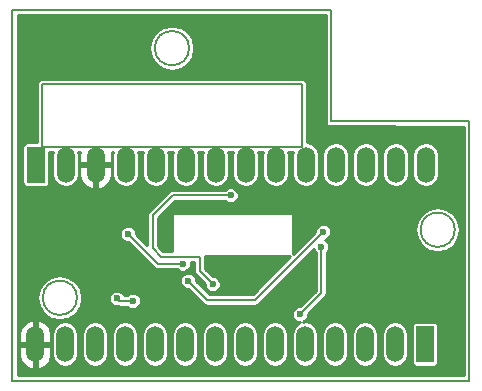
<source format=gbr>
G04 #@! TF.FileFunction,Copper,L1,Top,Signal*
%FSLAX46Y46*%
G04 Gerber Fmt 4.6, Leading zero omitted, Abs format (unit mm)*
G04 Created by KiCad (PCBNEW 4.0.2-stable) date 04/04/2016 12:36:13*
%MOMM*%
G01*
G04 APERTURE LIST*
%ADD10C,0.100000*%
%ADD11C,0.150000*%
%ADD12O,1.506220X3.014980*%
%ADD13R,1.506220X3.014980*%
%ADD14C,0.600000*%
%ADD15C,0.500000*%
%ADD16C,0.200000*%
%ADD17C,0.254000*%
G04 APERTURE END LIST*
D10*
D11*
X138272205Y-108370000D02*
G75*
G03X138272205Y-108370000I-1452205J0D01*
G01*
X147762205Y-87232205D02*
G75*
G03X147762205Y-87232205I-1452205J0D01*
G01*
X170260000Y-102610000D02*
G75*
G03X170260000Y-102610000I-1452205J0D01*
G01*
X138272205Y-108370000D02*
G75*
G03X138272205Y-108370000I-1452205J0D01*
G01*
X157300000Y-95600000D02*
X135300000Y-95600000D01*
X157300000Y-90300000D02*
X157300000Y-95600000D01*
X135300000Y-90300000D02*
X157300000Y-90300000D01*
X135300000Y-95600000D02*
X135300000Y-90300000D01*
X171500000Y-115400000D02*
X132800000Y-115400000D01*
X171500000Y-115200000D02*
X171500000Y-115400000D01*
X171500000Y-111400000D02*
X171500000Y-115200000D01*
X171500000Y-103100000D02*
X171500000Y-111400000D01*
X171500000Y-93400000D02*
X171500000Y-103100000D01*
X159800000Y-93400000D02*
X171500000Y-93400000D01*
X159800000Y-84000000D02*
X159800000Y-93400000D01*
X132800000Y-84000000D02*
X159800000Y-84000000D01*
X132800000Y-84400000D02*
X132800000Y-84000000D01*
X132800000Y-85400000D02*
X132800000Y-84400000D01*
X132800000Y-115400000D02*
X132800000Y-85400000D01*
D12*
X144940000Y-97100000D03*
X147480000Y-97100000D03*
X150020000Y-97100000D03*
X152560000Y-97100000D03*
X155100000Y-97100000D03*
X157640000Y-97100000D03*
X160180000Y-97100000D03*
X162720000Y-97100000D03*
X165260000Y-97100000D03*
X142400000Y-97100000D03*
X139860000Y-97100000D03*
X137320000Y-97100000D03*
X167800000Y-97100000D03*
D13*
X134780000Y-97100000D03*
D12*
X157580000Y-112300000D03*
X155040000Y-112300000D03*
X152500000Y-112300000D03*
X149960000Y-112300000D03*
X147420000Y-112300000D03*
X144880000Y-112300000D03*
X142340000Y-112300000D03*
X139800000Y-112300000D03*
X137260000Y-112300000D03*
X160120000Y-112300000D03*
X162660000Y-112300000D03*
X165200000Y-112300000D03*
X134720000Y-112300000D03*
D13*
X167740000Y-112300000D03*
D14*
X165347273Y-109230700D03*
X160375600Y-104648000D03*
X134315200Y-109245400D03*
X135204200Y-100838000D03*
X141655800Y-108432600D03*
X143002000Y-108635800D03*
X147675600Y-106934000D03*
X159131000Y-102768400D03*
X142595600Y-102971600D03*
X147243800Y-105486200D03*
X158953200Y-104038400D03*
X157149800Y-109778800D03*
X149758400Y-107213400D03*
X151282400Y-99695000D03*
D15*
X160375600Y-104648000D02*
X164958300Y-109230700D01*
X164958300Y-109230700D02*
X165347273Y-109230700D01*
X135204200Y-100838000D02*
X134720000Y-101322200D01*
X134720000Y-101322200D02*
X134720000Y-108840600D01*
X134720000Y-108840600D02*
X134315200Y-109245400D01*
D16*
X143002000Y-108635800D02*
X141859000Y-108635800D01*
X141859000Y-108635800D02*
X141655800Y-108432600D01*
X153339800Y-108559600D02*
X149301200Y-108559600D01*
X149301200Y-108559600D02*
X147675600Y-106934000D01*
X159131000Y-102768400D02*
X153339800Y-108559600D01*
X147243800Y-105486200D02*
X145110200Y-105486200D01*
X145110200Y-105486200D02*
X142595600Y-102971600D01*
X157149800Y-109778800D02*
X158953200Y-107975400D01*
X158953200Y-107975400D02*
X158953200Y-104038400D01*
X148656601Y-104886199D02*
X148656601Y-106111601D01*
X148656601Y-106111601D02*
X149758400Y-107213400D01*
X144678400Y-104190800D02*
X145373799Y-104886199D01*
X145373799Y-104886199D02*
X148656601Y-104886199D01*
X144678400Y-101396800D02*
X144678400Y-104190800D01*
X146380200Y-99695000D02*
X144678400Y-101396800D01*
X151282400Y-99695000D02*
X146380200Y-99695000D01*
D17*
G36*
X159348000Y-93400000D02*
X159359600Y-93458318D01*
X159359600Y-93726000D01*
X159369606Y-93775410D01*
X159398047Y-93817035D01*
X159440441Y-93844315D01*
X159486055Y-93852999D01*
X171048000Y-93902621D01*
X171048000Y-114948000D01*
X133252000Y-114948000D01*
X133252000Y-112427000D01*
X133331890Y-112427000D01*
X133331890Y-113181380D01*
X133486154Y-113702919D01*
X133828260Y-114125724D01*
X134306125Y-114385427D01*
X134378326Y-114399783D01*
X134593000Y-114277162D01*
X134593000Y-112427000D01*
X134847000Y-112427000D01*
X134847000Y-114277162D01*
X135061674Y-114399783D01*
X135133875Y-114385427D01*
X135611740Y-114125724D01*
X135953846Y-113702919D01*
X136108110Y-113181380D01*
X136108110Y-112427000D01*
X134847000Y-112427000D01*
X134593000Y-112427000D01*
X133331890Y-112427000D01*
X133252000Y-112427000D01*
X133252000Y-111418620D01*
X133331890Y-111418620D01*
X133331890Y-112173000D01*
X134593000Y-112173000D01*
X134593000Y-110322838D01*
X134847000Y-110322838D01*
X134847000Y-112173000D01*
X136108110Y-112173000D01*
X136108110Y-111508701D01*
X136129890Y-111508701D01*
X136129890Y-113091299D01*
X136215915Y-113523773D01*
X136460892Y-113890407D01*
X136827526Y-114135384D01*
X137260000Y-114221409D01*
X137692474Y-114135384D01*
X138059108Y-113890407D01*
X138304085Y-113523773D01*
X138390110Y-113091299D01*
X138390110Y-111508701D01*
X138669890Y-111508701D01*
X138669890Y-113091299D01*
X138755915Y-113523773D01*
X139000892Y-113890407D01*
X139367526Y-114135384D01*
X139800000Y-114221409D01*
X140232474Y-114135384D01*
X140599108Y-113890407D01*
X140844085Y-113523773D01*
X140930110Y-113091299D01*
X140930110Y-111508701D01*
X141209890Y-111508701D01*
X141209890Y-113091299D01*
X141295915Y-113523773D01*
X141540892Y-113890407D01*
X141907526Y-114135384D01*
X142340000Y-114221409D01*
X142772474Y-114135384D01*
X143139108Y-113890407D01*
X143384085Y-113523773D01*
X143470110Y-113091299D01*
X143470110Y-111508701D01*
X143749890Y-111508701D01*
X143749890Y-113091299D01*
X143835915Y-113523773D01*
X144080892Y-113890407D01*
X144447526Y-114135384D01*
X144880000Y-114221409D01*
X145312474Y-114135384D01*
X145679108Y-113890407D01*
X145924085Y-113523773D01*
X146010110Y-113091299D01*
X146010110Y-111508701D01*
X146289890Y-111508701D01*
X146289890Y-113091299D01*
X146375915Y-113523773D01*
X146620892Y-113890407D01*
X146987526Y-114135384D01*
X147420000Y-114221409D01*
X147852474Y-114135384D01*
X148219108Y-113890407D01*
X148464085Y-113523773D01*
X148550110Y-113091299D01*
X148550110Y-111508701D01*
X148829890Y-111508701D01*
X148829890Y-113091299D01*
X148915915Y-113523773D01*
X149160892Y-113890407D01*
X149527526Y-114135384D01*
X149960000Y-114221409D01*
X150392474Y-114135384D01*
X150759108Y-113890407D01*
X151004085Y-113523773D01*
X151090110Y-113091299D01*
X151090110Y-111508701D01*
X151369890Y-111508701D01*
X151369890Y-113091299D01*
X151455915Y-113523773D01*
X151700892Y-113890407D01*
X152067526Y-114135384D01*
X152500000Y-114221409D01*
X152932474Y-114135384D01*
X153299108Y-113890407D01*
X153544085Y-113523773D01*
X153630110Y-113091299D01*
X153630110Y-111508701D01*
X153909890Y-111508701D01*
X153909890Y-113091299D01*
X153995915Y-113523773D01*
X154240892Y-113890407D01*
X154607526Y-114135384D01*
X155040000Y-114221409D01*
X155472474Y-114135384D01*
X155839108Y-113890407D01*
X156084085Y-113523773D01*
X156170110Y-113091299D01*
X156170110Y-111508701D01*
X156084085Y-111076227D01*
X155839108Y-110709593D01*
X155472474Y-110464616D01*
X155040000Y-110378591D01*
X154607526Y-110464616D01*
X154240892Y-110709593D01*
X153995915Y-111076227D01*
X153909890Y-111508701D01*
X153630110Y-111508701D01*
X153544085Y-111076227D01*
X153299108Y-110709593D01*
X152932474Y-110464616D01*
X152500000Y-110378591D01*
X152067526Y-110464616D01*
X151700892Y-110709593D01*
X151455915Y-111076227D01*
X151369890Y-111508701D01*
X151090110Y-111508701D01*
X151004085Y-111076227D01*
X150759108Y-110709593D01*
X150392474Y-110464616D01*
X149960000Y-110378591D01*
X149527526Y-110464616D01*
X149160892Y-110709593D01*
X148915915Y-111076227D01*
X148829890Y-111508701D01*
X148550110Y-111508701D01*
X148464085Y-111076227D01*
X148219108Y-110709593D01*
X147852474Y-110464616D01*
X147420000Y-110378591D01*
X146987526Y-110464616D01*
X146620892Y-110709593D01*
X146375915Y-111076227D01*
X146289890Y-111508701D01*
X146010110Y-111508701D01*
X145924085Y-111076227D01*
X145679108Y-110709593D01*
X145312474Y-110464616D01*
X144880000Y-110378591D01*
X144447526Y-110464616D01*
X144080892Y-110709593D01*
X143835915Y-111076227D01*
X143749890Y-111508701D01*
X143470110Y-111508701D01*
X143384085Y-111076227D01*
X143139108Y-110709593D01*
X142772474Y-110464616D01*
X142340000Y-110378591D01*
X141907526Y-110464616D01*
X141540892Y-110709593D01*
X141295915Y-111076227D01*
X141209890Y-111508701D01*
X140930110Y-111508701D01*
X140844085Y-111076227D01*
X140599108Y-110709593D01*
X140232474Y-110464616D01*
X139800000Y-110378591D01*
X139367526Y-110464616D01*
X139000892Y-110709593D01*
X138755915Y-111076227D01*
X138669890Y-111508701D01*
X138390110Y-111508701D01*
X138304085Y-111076227D01*
X138059108Y-110709593D01*
X137692474Y-110464616D01*
X137260000Y-110378591D01*
X136827526Y-110464616D01*
X136460892Y-110709593D01*
X136215915Y-111076227D01*
X136129890Y-111508701D01*
X136108110Y-111508701D01*
X136108110Y-111418620D01*
X135953846Y-110897081D01*
X135611740Y-110474276D01*
X135133875Y-110214573D01*
X135061674Y-110200217D01*
X134847000Y-110322838D01*
X134593000Y-110322838D01*
X134378326Y-110200217D01*
X134306125Y-110214573D01*
X133828260Y-110474276D01*
X133486154Y-110897081D01*
X133331890Y-111418620D01*
X133252000Y-111418620D01*
X133252000Y-108370000D01*
X134915795Y-108370000D01*
X135060744Y-109098708D01*
X135473524Y-109716476D01*
X136091292Y-110129256D01*
X136820000Y-110274205D01*
X137548708Y-110129256D01*
X138166476Y-109716476D01*
X138579256Y-109098708D01*
X138685084Y-108566673D01*
X140978683Y-108566673D01*
X141081533Y-108815589D01*
X141271810Y-109006198D01*
X141520546Y-109109482D01*
X141789873Y-109109717D01*
X141807300Y-109102516D01*
X141859000Y-109112800D01*
X142521580Y-109112800D01*
X142618010Y-109209398D01*
X142866746Y-109312682D01*
X143136073Y-109312917D01*
X143384989Y-109210067D01*
X143575598Y-109019790D01*
X143678882Y-108771054D01*
X143679117Y-108501727D01*
X143576267Y-108252811D01*
X143385990Y-108062202D01*
X143137254Y-107958918D01*
X142867927Y-107958683D01*
X142619011Y-108061533D01*
X142521574Y-108158800D01*
X142275183Y-108158800D01*
X142230067Y-108049611D01*
X142039790Y-107859002D01*
X141791054Y-107755718D01*
X141521727Y-107755483D01*
X141272811Y-107858333D01*
X141082202Y-108048610D01*
X140978918Y-108297346D01*
X140978683Y-108566673D01*
X138685084Y-108566673D01*
X138724205Y-108370000D01*
X138579256Y-107641292D01*
X138166476Y-107023524D01*
X137548708Y-106610744D01*
X136820000Y-106465795D01*
X136091292Y-106610744D01*
X135473524Y-107023524D01*
X135060744Y-107641292D01*
X134915795Y-108370000D01*
X133252000Y-108370000D01*
X133252000Y-103105673D01*
X141918483Y-103105673D01*
X142021333Y-103354589D01*
X142211610Y-103545198D01*
X142460346Y-103648482D01*
X142598022Y-103648602D01*
X144772910Y-105823490D01*
X144927659Y-105926891D01*
X145110200Y-105963200D01*
X146763380Y-105963200D01*
X146859810Y-106059798D01*
X147108546Y-106163082D01*
X147377873Y-106163317D01*
X147626789Y-106060467D01*
X147817398Y-105870190D01*
X147920682Y-105621454D01*
X147920907Y-105363199D01*
X148179601Y-105363199D01*
X148179601Y-106111601D01*
X148215910Y-106294141D01*
X148319311Y-106448891D01*
X149081402Y-107210982D01*
X149081283Y-107347473D01*
X149184133Y-107596389D01*
X149374410Y-107786998D01*
X149623146Y-107890282D01*
X149892473Y-107890517D01*
X150141389Y-107787667D01*
X150331998Y-107597390D01*
X150435282Y-107348654D01*
X150435517Y-107079327D01*
X150332667Y-106830411D01*
X150142390Y-106639802D01*
X149893654Y-106536518D01*
X149755978Y-106536398D01*
X149133601Y-105914021D01*
X149133601Y-104886199D01*
X149131692Y-104876600D01*
X156348220Y-104876600D01*
X153142220Y-108082600D01*
X149498780Y-108082600D01*
X148352598Y-106936418D01*
X148352717Y-106799927D01*
X148249867Y-106551011D01*
X148059590Y-106360402D01*
X147810854Y-106257118D01*
X147541527Y-106256883D01*
X147292611Y-106359733D01*
X147102002Y-106550010D01*
X146998718Y-106798746D01*
X146998483Y-107068073D01*
X147101333Y-107316989D01*
X147291610Y-107507598D01*
X147540346Y-107610882D01*
X147678022Y-107611002D01*
X148963910Y-108896890D01*
X149118660Y-109000291D01*
X149301200Y-109036600D01*
X153339800Y-109036600D01*
X153522340Y-109000291D01*
X153677090Y-108896890D01*
X158312755Y-104261225D01*
X158378933Y-104421389D01*
X158476200Y-104518826D01*
X158476200Y-107777820D01*
X157152218Y-109101802D01*
X157015727Y-109101683D01*
X156766811Y-109204533D01*
X156576202Y-109394810D01*
X156472918Y-109643546D01*
X156472683Y-109912873D01*
X156575533Y-110161789D01*
X156765810Y-110352398D01*
X157014546Y-110455682D01*
X157191663Y-110455837D01*
X157147526Y-110464616D01*
X156780892Y-110709593D01*
X156535915Y-111076227D01*
X156449890Y-111508701D01*
X156449890Y-113091299D01*
X156535915Y-113523773D01*
X156780892Y-113890407D01*
X157147526Y-114135384D01*
X157580000Y-114221409D01*
X158012474Y-114135384D01*
X158379108Y-113890407D01*
X158624085Y-113523773D01*
X158710110Y-113091299D01*
X158710110Y-111508701D01*
X158989890Y-111508701D01*
X158989890Y-113091299D01*
X159075915Y-113523773D01*
X159320892Y-113890407D01*
X159687526Y-114135384D01*
X160120000Y-114221409D01*
X160552474Y-114135384D01*
X160919108Y-113890407D01*
X161164085Y-113523773D01*
X161250110Y-113091299D01*
X161250110Y-111508701D01*
X161529890Y-111508701D01*
X161529890Y-113091299D01*
X161615915Y-113523773D01*
X161860892Y-113890407D01*
X162227526Y-114135384D01*
X162660000Y-114221409D01*
X163092474Y-114135384D01*
X163459108Y-113890407D01*
X163704085Y-113523773D01*
X163790110Y-113091299D01*
X163790110Y-111508701D01*
X164069890Y-111508701D01*
X164069890Y-113091299D01*
X164155915Y-113523773D01*
X164400892Y-113890407D01*
X164767526Y-114135384D01*
X165200000Y-114221409D01*
X165632474Y-114135384D01*
X165999108Y-113890407D01*
X166244085Y-113523773D01*
X166330110Y-113091299D01*
X166330110Y-111508701D01*
X166244085Y-111076227D01*
X166054512Y-110792510D01*
X166602505Y-110792510D01*
X166602505Y-113807490D01*
X166628793Y-113947198D01*
X166711360Y-114075510D01*
X166837343Y-114161591D01*
X166986890Y-114191875D01*
X168493110Y-114191875D01*
X168632818Y-114165587D01*
X168761130Y-114083020D01*
X168847211Y-113957037D01*
X168877495Y-113807490D01*
X168877495Y-110792510D01*
X168851207Y-110652802D01*
X168768640Y-110524490D01*
X168642657Y-110438409D01*
X168493110Y-110408125D01*
X166986890Y-110408125D01*
X166847182Y-110434413D01*
X166718870Y-110516980D01*
X166632789Y-110642963D01*
X166602505Y-110792510D01*
X166054512Y-110792510D01*
X165999108Y-110709593D01*
X165632474Y-110464616D01*
X165200000Y-110378591D01*
X164767526Y-110464616D01*
X164400892Y-110709593D01*
X164155915Y-111076227D01*
X164069890Y-111508701D01*
X163790110Y-111508701D01*
X163704085Y-111076227D01*
X163459108Y-110709593D01*
X163092474Y-110464616D01*
X162660000Y-110378591D01*
X162227526Y-110464616D01*
X161860892Y-110709593D01*
X161615915Y-111076227D01*
X161529890Y-111508701D01*
X161250110Y-111508701D01*
X161164085Y-111076227D01*
X160919108Y-110709593D01*
X160552474Y-110464616D01*
X160120000Y-110378591D01*
X159687526Y-110464616D01*
X159320892Y-110709593D01*
X159075915Y-111076227D01*
X158989890Y-111508701D01*
X158710110Y-111508701D01*
X158624085Y-111076227D01*
X158379108Y-110709593D01*
X158012474Y-110464616D01*
X157580000Y-110378591D01*
X157369847Y-110420393D01*
X157532789Y-110353067D01*
X157723398Y-110162790D01*
X157826682Y-109914054D01*
X157826802Y-109776378D01*
X159290490Y-108312690D01*
X159393891Y-108157940D01*
X159430200Y-107975400D01*
X159430200Y-104518820D01*
X159526798Y-104422390D01*
X159630082Y-104173654D01*
X159630317Y-103904327D01*
X159527467Y-103655411D01*
X159337190Y-103464802D01*
X159277941Y-103440200D01*
X159513989Y-103342667D01*
X159704598Y-103152390D01*
X159807882Y-102903654D01*
X159808117Y-102634327D01*
X159798066Y-102610000D01*
X166903590Y-102610000D01*
X167048539Y-103338708D01*
X167461319Y-103956476D01*
X168079087Y-104369256D01*
X168807795Y-104514205D01*
X169536503Y-104369256D01*
X170154271Y-103956476D01*
X170567051Y-103338708D01*
X170712000Y-102610000D01*
X170567051Y-101881292D01*
X170154271Y-101263524D01*
X169536503Y-100850744D01*
X168807795Y-100705795D01*
X168079087Y-100850744D01*
X167461319Y-101263524D01*
X167048539Y-101881292D01*
X166903590Y-102610000D01*
X159798066Y-102610000D01*
X159705267Y-102385411D01*
X159514990Y-102194802D01*
X159266254Y-102091518D01*
X158996927Y-102091283D01*
X158748011Y-102194133D01*
X158557402Y-102384410D01*
X158454118Y-102633146D01*
X158453998Y-102770822D01*
X156565600Y-104659220D01*
X156565600Y-101295200D01*
X156556915Y-101249041D01*
X156529635Y-101206647D01*
X156488010Y-101178206D01*
X156438600Y-101168200D01*
X146431000Y-101168200D01*
X146384841Y-101176885D01*
X146342447Y-101204165D01*
X146314006Y-101245790D01*
X146304000Y-101295200D01*
X146304000Y-104409199D01*
X145571379Y-104409199D01*
X145155400Y-103993220D01*
X145155400Y-101594380D01*
X146577780Y-100172000D01*
X150801980Y-100172000D01*
X150898410Y-100268598D01*
X151147146Y-100371882D01*
X151416473Y-100372117D01*
X151665389Y-100269267D01*
X151855998Y-100078990D01*
X151959282Y-99830254D01*
X151959517Y-99560927D01*
X151856667Y-99312011D01*
X151666390Y-99121402D01*
X151417654Y-99018118D01*
X151148327Y-99017883D01*
X150899411Y-99120733D01*
X150801974Y-99218000D01*
X146380200Y-99218000D01*
X146197660Y-99254309D01*
X146042910Y-99357710D01*
X144341110Y-101059510D01*
X144237709Y-101214260D01*
X144201400Y-101396800D01*
X144201400Y-103902820D01*
X143272598Y-102974018D01*
X143272717Y-102837527D01*
X143169867Y-102588611D01*
X142979590Y-102398002D01*
X142730854Y-102294718D01*
X142461527Y-102294483D01*
X142212611Y-102397333D01*
X142022002Y-102587610D01*
X141918718Y-102836346D01*
X141918483Y-103105673D01*
X133252000Y-103105673D01*
X133252000Y-95592510D01*
X133642505Y-95592510D01*
X133642505Y-98607490D01*
X133668793Y-98747198D01*
X133751360Y-98875510D01*
X133877343Y-98961591D01*
X134026890Y-98991875D01*
X135533110Y-98991875D01*
X135672818Y-98965587D01*
X135801130Y-98883020D01*
X135887211Y-98757037D01*
X135917495Y-98607490D01*
X135917495Y-96052000D01*
X136240951Y-96052000D01*
X136189890Y-96308701D01*
X136189890Y-97891299D01*
X136275915Y-98323773D01*
X136520892Y-98690407D01*
X136887526Y-98935384D01*
X137320000Y-99021409D01*
X137752474Y-98935384D01*
X138119108Y-98690407D01*
X138364085Y-98323773D01*
X138450110Y-97891299D01*
X138450110Y-97227000D01*
X138471890Y-97227000D01*
X138471890Y-97981380D01*
X138626154Y-98502919D01*
X138968260Y-98925724D01*
X139446125Y-99185427D01*
X139518326Y-99199783D01*
X139733000Y-99077162D01*
X139733000Y-97227000D01*
X139987000Y-97227000D01*
X139987000Y-99077162D01*
X140201674Y-99199783D01*
X140273875Y-99185427D01*
X140751740Y-98925724D01*
X141093846Y-98502919D01*
X141248110Y-97981380D01*
X141248110Y-97227000D01*
X139987000Y-97227000D01*
X139733000Y-97227000D01*
X138471890Y-97227000D01*
X138450110Y-97227000D01*
X138450110Y-96308701D01*
X138399049Y-96052000D01*
X138521174Y-96052000D01*
X138471890Y-96218620D01*
X138471890Y-96973000D01*
X139733000Y-96973000D01*
X139733000Y-96953000D01*
X139987000Y-96953000D01*
X139987000Y-96973000D01*
X141248110Y-96973000D01*
X141248110Y-96218620D01*
X141198826Y-96052000D01*
X141320951Y-96052000D01*
X141269890Y-96308701D01*
X141269890Y-97891299D01*
X141355915Y-98323773D01*
X141600892Y-98690407D01*
X141967526Y-98935384D01*
X142400000Y-99021409D01*
X142832474Y-98935384D01*
X143199108Y-98690407D01*
X143444085Y-98323773D01*
X143530110Y-97891299D01*
X143530110Y-96308701D01*
X143479049Y-96052000D01*
X143860951Y-96052000D01*
X143809890Y-96308701D01*
X143809890Y-97891299D01*
X143895915Y-98323773D01*
X144140892Y-98690407D01*
X144507526Y-98935384D01*
X144940000Y-99021409D01*
X145372474Y-98935384D01*
X145739108Y-98690407D01*
X145984085Y-98323773D01*
X146070110Y-97891299D01*
X146070110Y-96308701D01*
X146019049Y-96052000D01*
X146400951Y-96052000D01*
X146349890Y-96308701D01*
X146349890Y-97891299D01*
X146435915Y-98323773D01*
X146680892Y-98690407D01*
X147047526Y-98935384D01*
X147480000Y-99021409D01*
X147912474Y-98935384D01*
X148279108Y-98690407D01*
X148524085Y-98323773D01*
X148610110Y-97891299D01*
X148610110Y-96308701D01*
X148559049Y-96052000D01*
X148940951Y-96052000D01*
X148889890Y-96308701D01*
X148889890Y-97891299D01*
X148975915Y-98323773D01*
X149220892Y-98690407D01*
X149587526Y-98935384D01*
X150020000Y-99021409D01*
X150452474Y-98935384D01*
X150819108Y-98690407D01*
X151064085Y-98323773D01*
X151150110Y-97891299D01*
X151150110Y-96308701D01*
X151099049Y-96052000D01*
X151480951Y-96052000D01*
X151429890Y-96308701D01*
X151429890Y-97891299D01*
X151515915Y-98323773D01*
X151760892Y-98690407D01*
X152127526Y-98935384D01*
X152560000Y-99021409D01*
X152992474Y-98935384D01*
X153359108Y-98690407D01*
X153604085Y-98323773D01*
X153690110Y-97891299D01*
X153690110Y-96308701D01*
X153639049Y-96052000D01*
X154020951Y-96052000D01*
X153969890Y-96308701D01*
X153969890Y-97891299D01*
X154055915Y-98323773D01*
X154300892Y-98690407D01*
X154667526Y-98935384D01*
X155100000Y-99021409D01*
X155532474Y-98935384D01*
X155899108Y-98690407D01*
X156144085Y-98323773D01*
X156230110Y-97891299D01*
X156230110Y-96308701D01*
X156179049Y-96052000D01*
X156560951Y-96052000D01*
X156509890Y-96308701D01*
X156509890Y-97891299D01*
X156595915Y-98323773D01*
X156840892Y-98690407D01*
X157207526Y-98935384D01*
X157640000Y-99021409D01*
X158072474Y-98935384D01*
X158439108Y-98690407D01*
X158684085Y-98323773D01*
X158770110Y-97891299D01*
X158770110Y-96308701D01*
X159049890Y-96308701D01*
X159049890Y-97891299D01*
X159135915Y-98323773D01*
X159380892Y-98690407D01*
X159747526Y-98935384D01*
X160180000Y-99021409D01*
X160612474Y-98935384D01*
X160979108Y-98690407D01*
X161224085Y-98323773D01*
X161310110Y-97891299D01*
X161310110Y-96308701D01*
X161589890Y-96308701D01*
X161589890Y-97891299D01*
X161675915Y-98323773D01*
X161920892Y-98690407D01*
X162287526Y-98935384D01*
X162720000Y-99021409D01*
X163152474Y-98935384D01*
X163519108Y-98690407D01*
X163764085Y-98323773D01*
X163850110Y-97891299D01*
X163850110Y-96308701D01*
X164129890Y-96308701D01*
X164129890Y-97891299D01*
X164215915Y-98323773D01*
X164460892Y-98690407D01*
X164827526Y-98935384D01*
X165260000Y-99021409D01*
X165692474Y-98935384D01*
X166059108Y-98690407D01*
X166304085Y-98323773D01*
X166390110Y-97891299D01*
X166390110Y-96308701D01*
X166669890Y-96308701D01*
X166669890Y-97891299D01*
X166755915Y-98323773D01*
X167000892Y-98690407D01*
X167367526Y-98935384D01*
X167800000Y-99021409D01*
X168232474Y-98935384D01*
X168599108Y-98690407D01*
X168844085Y-98323773D01*
X168930110Y-97891299D01*
X168930110Y-96308701D01*
X168844085Y-95876227D01*
X168599108Y-95509593D01*
X168232474Y-95264616D01*
X167800000Y-95178591D01*
X167367526Y-95264616D01*
X167000892Y-95509593D01*
X166755915Y-95876227D01*
X166669890Y-96308701D01*
X166390110Y-96308701D01*
X166304085Y-95876227D01*
X166059108Y-95509593D01*
X165692474Y-95264616D01*
X165260000Y-95178591D01*
X164827526Y-95264616D01*
X164460892Y-95509593D01*
X164215915Y-95876227D01*
X164129890Y-96308701D01*
X163850110Y-96308701D01*
X163764085Y-95876227D01*
X163519108Y-95509593D01*
X163152474Y-95264616D01*
X162720000Y-95178591D01*
X162287526Y-95264616D01*
X161920892Y-95509593D01*
X161675915Y-95876227D01*
X161589890Y-96308701D01*
X161310110Y-96308701D01*
X161224085Y-95876227D01*
X160979108Y-95509593D01*
X160612474Y-95264616D01*
X160180000Y-95178591D01*
X159747526Y-95264616D01*
X159380892Y-95509593D01*
X159135915Y-95876227D01*
X159049890Y-96308701D01*
X158770110Y-96308701D01*
X158684085Y-95876227D01*
X158439108Y-95509593D01*
X158072474Y-95264616D01*
X157752000Y-95200869D01*
X157752000Y-90300000D01*
X157717594Y-90127027D01*
X157619612Y-89980388D01*
X157472973Y-89882406D01*
X157300000Y-89848000D01*
X135300000Y-89848000D01*
X135127027Y-89882406D01*
X134980388Y-89980388D01*
X134882406Y-90127027D01*
X134848000Y-90300000D01*
X134848000Y-95208125D01*
X134026890Y-95208125D01*
X133887182Y-95234413D01*
X133758870Y-95316980D01*
X133672789Y-95442963D01*
X133642505Y-95592510D01*
X133252000Y-95592510D01*
X133252000Y-87232205D01*
X144405795Y-87232205D01*
X144550744Y-87960913D01*
X144963524Y-88578681D01*
X145581292Y-88991461D01*
X146310000Y-89136410D01*
X147038708Y-88991461D01*
X147656476Y-88578681D01*
X148069256Y-87960913D01*
X148214205Y-87232205D01*
X148069256Y-86503497D01*
X147656476Y-85885729D01*
X147038708Y-85472949D01*
X146310000Y-85328000D01*
X145581292Y-85472949D01*
X144963524Y-85885729D01*
X144550744Y-86503497D01*
X144405795Y-87232205D01*
X133252000Y-87232205D01*
X133252000Y-84452000D01*
X159348000Y-84452000D01*
X159348000Y-93400000D01*
X159348000Y-93400000D01*
G37*
X159348000Y-93400000D02*
X159359600Y-93458318D01*
X159359600Y-93726000D01*
X159369606Y-93775410D01*
X159398047Y-93817035D01*
X159440441Y-93844315D01*
X159486055Y-93852999D01*
X171048000Y-93902621D01*
X171048000Y-114948000D01*
X133252000Y-114948000D01*
X133252000Y-112427000D01*
X133331890Y-112427000D01*
X133331890Y-113181380D01*
X133486154Y-113702919D01*
X133828260Y-114125724D01*
X134306125Y-114385427D01*
X134378326Y-114399783D01*
X134593000Y-114277162D01*
X134593000Y-112427000D01*
X134847000Y-112427000D01*
X134847000Y-114277162D01*
X135061674Y-114399783D01*
X135133875Y-114385427D01*
X135611740Y-114125724D01*
X135953846Y-113702919D01*
X136108110Y-113181380D01*
X136108110Y-112427000D01*
X134847000Y-112427000D01*
X134593000Y-112427000D01*
X133331890Y-112427000D01*
X133252000Y-112427000D01*
X133252000Y-111418620D01*
X133331890Y-111418620D01*
X133331890Y-112173000D01*
X134593000Y-112173000D01*
X134593000Y-110322838D01*
X134847000Y-110322838D01*
X134847000Y-112173000D01*
X136108110Y-112173000D01*
X136108110Y-111508701D01*
X136129890Y-111508701D01*
X136129890Y-113091299D01*
X136215915Y-113523773D01*
X136460892Y-113890407D01*
X136827526Y-114135384D01*
X137260000Y-114221409D01*
X137692474Y-114135384D01*
X138059108Y-113890407D01*
X138304085Y-113523773D01*
X138390110Y-113091299D01*
X138390110Y-111508701D01*
X138669890Y-111508701D01*
X138669890Y-113091299D01*
X138755915Y-113523773D01*
X139000892Y-113890407D01*
X139367526Y-114135384D01*
X139800000Y-114221409D01*
X140232474Y-114135384D01*
X140599108Y-113890407D01*
X140844085Y-113523773D01*
X140930110Y-113091299D01*
X140930110Y-111508701D01*
X141209890Y-111508701D01*
X141209890Y-113091299D01*
X141295915Y-113523773D01*
X141540892Y-113890407D01*
X141907526Y-114135384D01*
X142340000Y-114221409D01*
X142772474Y-114135384D01*
X143139108Y-113890407D01*
X143384085Y-113523773D01*
X143470110Y-113091299D01*
X143470110Y-111508701D01*
X143749890Y-111508701D01*
X143749890Y-113091299D01*
X143835915Y-113523773D01*
X144080892Y-113890407D01*
X144447526Y-114135384D01*
X144880000Y-114221409D01*
X145312474Y-114135384D01*
X145679108Y-113890407D01*
X145924085Y-113523773D01*
X146010110Y-113091299D01*
X146010110Y-111508701D01*
X146289890Y-111508701D01*
X146289890Y-113091299D01*
X146375915Y-113523773D01*
X146620892Y-113890407D01*
X146987526Y-114135384D01*
X147420000Y-114221409D01*
X147852474Y-114135384D01*
X148219108Y-113890407D01*
X148464085Y-113523773D01*
X148550110Y-113091299D01*
X148550110Y-111508701D01*
X148829890Y-111508701D01*
X148829890Y-113091299D01*
X148915915Y-113523773D01*
X149160892Y-113890407D01*
X149527526Y-114135384D01*
X149960000Y-114221409D01*
X150392474Y-114135384D01*
X150759108Y-113890407D01*
X151004085Y-113523773D01*
X151090110Y-113091299D01*
X151090110Y-111508701D01*
X151369890Y-111508701D01*
X151369890Y-113091299D01*
X151455915Y-113523773D01*
X151700892Y-113890407D01*
X152067526Y-114135384D01*
X152500000Y-114221409D01*
X152932474Y-114135384D01*
X153299108Y-113890407D01*
X153544085Y-113523773D01*
X153630110Y-113091299D01*
X153630110Y-111508701D01*
X153909890Y-111508701D01*
X153909890Y-113091299D01*
X153995915Y-113523773D01*
X154240892Y-113890407D01*
X154607526Y-114135384D01*
X155040000Y-114221409D01*
X155472474Y-114135384D01*
X155839108Y-113890407D01*
X156084085Y-113523773D01*
X156170110Y-113091299D01*
X156170110Y-111508701D01*
X156084085Y-111076227D01*
X155839108Y-110709593D01*
X155472474Y-110464616D01*
X155040000Y-110378591D01*
X154607526Y-110464616D01*
X154240892Y-110709593D01*
X153995915Y-111076227D01*
X153909890Y-111508701D01*
X153630110Y-111508701D01*
X153544085Y-111076227D01*
X153299108Y-110709593D01*
X152932474Y-110464616D01*
X152500000Y-110378591D01*
X152067526Y-110464616D01*
X151700892Y-110709593D01*
X151455915Y-111076227D01*
X151369890Y-111508701D01*
X151090110Y-111508701D01*
X151004085Y-111076227D01*
X150759108Y-110709593D01*
X150392474Y-110464616D01*
X149960000Y-110378591D01*
X149527526Y-110464616D01*
X149160892Y-110709593D01*
X148915915Y-111076227D01*
X148829890Y-111508701D01*
X148550110Y-111508701D01*
X148464085Y-111076227D01*
X148219108Y-110709593D01*
X147852474Y-110464616D01*
X147420000Y-110378591D01*
X146987526Y-110464616D01*
X146620892Y-110709593D01*
X146375915Y-111076227D01*
X146289890Y-111508701D01*
X146010110Y-111508701D01*
X145924085Y-111076227D01*
X145679108Y-110709593D01*
X145312474Y-110464616D01*
X144880000Y-110378591D01*
X144447526Y-110464616D01*
X144080892Y-110709593D01*
X143835915Y-111076227D01*
X143749890Y-111508701D01*
X143470110Y-111508701D01*
X143384085Y-111076227D01*
X143139108Y-110709593D01*
X142772474Y-110464616D01*
X142340000Y-110378591D01*
X141907526Y-110464616D01*
X141540892Y-110709593D01*
X141295915Y-111076227D01*
X141209890Y-111508701D01*
X140930110Y-111508701D01*
X140844085Y-111076227D01*
X140599108Y-110709593D01*
X140232474Y-110464616D01*
X139800000Y-110378591D01*
X139367526Y-110464616D01*
X139000892Y-110709593D01*
X138755915Y-111076227D01*
X138669890Y-111508701D01*
X138390110Y-111508701D01*
X138304085Y-111076227D01*
X138059108Y-110709593D01*
X137692474Y-110464616D01*
X137260000Y-110378591D01*
X136827526Y-110464616D01*
X136460892Y-110709593D01*
X136215915Y-111076227D01*
X136129890Y-111508701D01*
X136108110Y-111508701D01*
X136108110Y-111418620D01*
X135953846Y-110897081D01*
X135611740Y-110474276D01*
X135133875Y-110214573D01*
X135061674Y-110200217D01*
X134847000Y-110322838D01*
X134593000Y-110322838D01*
X134378326Y-110200217D01*
X134306125Y-110214573D01*
X133828260Y-110474276D01*
X133486154Y-110897081D01*
X133331890Y-111418620D01*
X133252000Y-111418620D01*
X133252000Y-108370000D01*
X134915795Y-108370000D01*
X135060744Y-109098708D01*
X135473524Y-109716476D01*
X136091292Y-110129256D01*
X136820000Y-110274205D01*
X137548708Y-110129256D01*
X138166476Y-109716476D01*
X138579256Y-109098708D01*
X138685084Y-108566673D01*
X140978683Y-108566673D01*
X141081533Y-108815589D01*
X141271810Y-109006198D01*
X141520546Y-109109482D01*
X141789873Y-109109717D01*
X141807300Y-109102516D01*
X141859000Y-109112800D01*
X142521580Y-109112800D01*
X142618010Y-109209398D01*
X142866746Y-109312682D01*
X143136073Y-109312917D01*
X143384989Y-109210067D01*
X143575598Y-109019790D01*
X143678882Y-108771054D01*
X143679117Y-108501727D01*
X143576267Y-108252811D01*
X143385990Y-108062202D01*
X143137254Y-107958918D01*
X142867927Y-107958683D01*
X142619011Y-108061533D01*
X142521574Y-108158800D01*
X142275183Y-108158800D01*
X142230067Y-108049611D01*
X142039790Y-107859002D01*
X141791054Y-107755718D01*
X141521727Y-107755483D01*
X141272811Y-107858333D01*
X141082202Y-108048610D01*
X140978918Y-108297346D01*
X140978683Y-108566673D01*
X138685084Y-108566673D01*
X138724205Y-108370000D01*
X138579256Y-107641292D01*
X138166476Y-107023524D01*
X137548708Y-106610744D01*
X136820000Y-106465795D01*
X136091292Y-106610744D01*
X135473524Y-107023524D01*
X135060744Y-107641292D01*
X134915795Y-108370000D01*
X133252000Y-108370000D01*
X133252000Y-103105673D01*
X141918483Y-103105673D01*
X142021333Y-103354589D01*
X142211610Y-103545198D01*
X142460346Y-103648482D01*
X142598022Y-103648602D01*
X144772910Y-105823490D01*
X144927659Y-105926891D01*
X145110200Y-105963200D01*
X146763380Y-105963200D01*
X146859810Y-106059798D01*
X147108546Y-106163082D01*
X147377873Y-106163317D01*
X147626789Y-106060467D01*
X147817398Y-105870190D01*
X147920682Y-105621454D01*
X147920907Y-105363199D01*
X148179601Y-105363199D01*
X148179601Y-106111601D01*
X148215910Y-106294141D01*
X148319311Y-106448891D01*
X149081402Y-107210982D01*
X149081283Y-107347473D01*
X149184133Y-107596389D01*
X149374410Y-107786998D01*
X149623146Y-107890282D01*
X149892473Y-107890517D01*
X150141389Y-107787667D01*
X150331998Y-107597390D01*
X150435282Y-107348654D01*
X150435517Y-107079327D01*
X150332667Y-106830411D01*
X150142390Y-106639802D01*
X149893654Y-106536518D01*
X149755978Y-106536398D01*
X149133601Y-105914021D01*
X149133601Y-104886199D01*
X149131692Y-104876600D01*
X156348220Y-104876600D01*
X153142220Y-108082600D01*
X149498780Y-108082600D01*
X148352598Y-106936418D01*
X148352717Y-106799927D01*
X148249867Y-106551011D01*
X148059590Y-106360402D01*
X147810854Y-106257118D01*
X147541527Y-106256883D01*
X147292611Y-106359733D01*
X147102002Y-106550010D01*
X146998718Y-106798746D01*
X146998483Y-107068073D01*
X147101333Y-107316989D01*
X147291610Y-107507598D01*
X147540346Y-107610882D01*
X147678022Y-107611002D01*
X148963910Y-108896890D01*
X149118660Y-109000291D01*
X149301200Y-109036600D01*
X153339800Y-109036600D01*
X153522340Y-109000291D01*
X153677090Y-108896890D01*
X158312755Y-104261225D01*
X158378933Y-104421389D01*
X158476200Y-104518826D01*
X158476200Y-107777820D01*
X157152218Y-109101802D01*
X157015727Y-109101683D01*
X156766811Y-109204533D01*
X156576202Y-109394810D01*
X156472918Y-109643546D01*
X156472683Y-109912873D01*
X156575533Y-110161789D01*
X156765810Y-110352398D01*
X157014546Y-110455682D01*
X157191663Y-110455837D01*
X157147526Y-110464616D01*
X156780892Y-110709593D01*
X156535915Y-111076227D01*
X156449890Y-111508701D01*
X156449890Y-113091299D01*
X156535915Y-113523773D01*
X156780892Y-113890407D01*
X157147526Y-114135384D01*
X157580000Y-114221409D01*
X158012474Y-114135384D01*
X158379108Y-113890407D01*
X158624085Y-113523773D01*
X158710110Y-113091299D01*
X158710110Y-111508701D01*
X158989890Y-111508701D01*
X158989890Y-113091299D01*
X159075915Y-113523773D01*
X159320892Y-113890407D01*
X159687526Y-114135384D01*
X160120000Y-114221409D01*
X160552474Y-114135384D01*
X160919108Y-113890407D01*
X161164085Y-113523773D01*
X161250110Y-113091299D01*
X161250110Y-111508701D01*
X161529890Y-111508701D01*
X161529890Y-113091299D01*
X161615915Y-113523773D01*
X161860892Y-113890407D01*
X162227526Y-114135384D01*
X162660000Y-114221409D01*
X163092474Y-114135384D01*
X163459108Y-113890407D01*
X163704085Y-113523773D01*
X163790110Y-113091299D01*
X163790110Y-111508701D01*
X164069890Y-111508701D01*
X164069890Y-113091299D01*
X164155915Y-113523773D01*
X164400892Y-113890407D01*
X164767526Y-114135384D01*
X165200000Y-114221409D01*
X165632474Y-114135384D01*
X165999108Y-113890407D01*
X166244085Y-113523773D01*
X166330110Y-113091299D01*
X166330110Y-111508701D01*
X166244085Y-111076227D01*
X166054512Y-110792510D01*
X166602505Y-110792510D01*
X166602505Y-113807490D01*
X166628793Y-113947198D01*
X166711360Y-114075510D01*
X166837343Y-114161591D01*
X166986890Y-114191875D01*
X168493110Y-114191875D01*
X168632818Y-114165587D01*
X168761130Y-114083020D01*
X168847211Y-113957037D01*
X168877495Y-113807490D01*
X168877495Y-110792510D01*
X168851207Y-110652802D01*
X168768640Y-110524490D01*
X168642657Y-110438409D01*
X168493110Y-110408125D01*
X166986890Y-110408125D01*
X166847182Y-110434413D01*
X166718870Y-110516980D01*
X166632789Y-110642963D01*
X166602505Y-110792510D01*
X166054512Y-110792510D01*
X165999108Y-110709593D01*
X165632474Y-110464616D01*
X165200000Y-110378591D01*
X164767526Y-110464616D01*
X164400892Y-110709593D01*
X164155915Y-111076227D01*
X164069890Y-111508701D01*
X163790110Y-111508701D01*
X163704085Y-111076227D01*
X163459108Y-110709593D01*
X163092474Y-110464616D01*
X162660000Y-110378591D01*
X162227526Y-110464616D01*
X161860892Y-110709593D01*
X161615915Y-111076227D01*
X161529890Y-111508701D01*
X161250110Y-111508701D01*
X161164085Y-111076227D01*
X160919108Y-110709593D01*
X160552474Y-110464616D01*
X160120000Y-110378591D01*
X159687526Y-110464616D01*
X159320892Y-110709593D01*
X159075915Y-111076227D01*
X158989890Y-111508701D01*
X158710110Y-111508701D01*
X158624085Y-111076227D01*
X158379108Y-110709593D01*
X158012474Y-110464616D01*
X157580000Y-110378591D01*
X157369847Y-110420393D01*
X157532789Y-110353067D01*
X157723398Y-110162790D01*
X157826682Y-109914054D01*
X157826802Y-109776378D01*
X159290490Y-108312690D01*
X159393891Y-108157940D01*
X159430200Y-107975400D01*
X159430200Y-104518820D01*
X159526798Y-104422390D01*
X159630082Y-104173654D01*
X159630317Y-103904327D01*
X159527467Y-103655411D01*
X159337190Y-103464802D01*
X159277941Y-103440200D01*
X159513989Y-103342667D01*
X159704598Y-103152390D01*
X159807882Y-102903654D01*
X159808117Y-102634327D01*
X159798066Y-102610000D01*
X166903590Y-102610000D01*
X167048539Y-103338708D01*
X167461319Y-103956476D01*
X168079087Y-104369256D01*
X168807795Y-104514205D01*
X169536503Y-104369256D01*
X170154271Y-103956476D01*
X170567051Y-103338708D01*
X170712000Y-102610000D01*
X170567051Y-101881292D01*
X170154271Y-101263524D01*
X169536503Y-100850744D01*
X168807795Y-100705795D01*
X168079087Y-100850744D01*
X167461319Y-101263524D01*
X167048539Y-101881292D01*
X166903590Y-102610000D01*
X159798066Y-102610000D01*
X159705267Y-102385411D01*
X159514990Y-102194802D01*
X159266254Y-102091518D01*
X158996927Y-102091283D01*
X158748011Y-102194133D01*
X158557402Y-102384410D01*
X158454118Y-102633146D01*
X158453998Y-102770822D01*
X156565600Y-104659220D01*
X156565600Y-101295200D01*
X156556915Y-101249041D01*
X156529635Y-101206647D01*
X156488010Y-101178206D01*
X156438600Y-101168200D01*
X146431000Y-101168200D01*
X146384841Y-101176885D01*
X146342447Y-101204165D01*
X146314006Y-101245790D01*
X146304000Y-101295200D01*
X146304000Y-104409199D01*
X145571379Y-104409199D01*
X145155400Y-103993220D01*
X145155400Y-101594380D01*
X146577780Y-100172000D01*
X150801980Y-100172000D01*
X150898410Y-100268598D01*
X151147146Y-100371882D01*
X151416473Y-100372117D01*
X151665389Y-100269267D01*
X151855998Y-100078990D01*
X151959282Y-99830254D01*
X151959517Y-99560927D01*
X151856667Y-99312011D01*
X151666390Y-99121402D01*
X151417654Y-99018118D01*
X151148327Y-99017883D01*
X150899411Y-99120733D01*
X150801974Y-99218000D01*
X146380200Y-99218000D01*
X146197660Y-99254309D01*
X146042910Y-99357710D01*
X144341110Y-101059510D01*
X144237709Y-101214260D01*
X144201400Y-101396800D01*
X144201400Y-103902820D01*
X143272598Y-102974018D01*
X143272717Y-102837527D01*
X143169867Y-102588611D01*
X142979590Y-102398002D01*
X142730854Y-102294718D01*
X142461527Y-102294483D01*
X142212611Y-102397333D01*
X142022002Y-102587610D01*
X141918718Y-102836346D01*
X141918483Y-103105673D01*
X133252000Y-103105673D01*
X133252000Y-95592510D01*
X133642505Y-95592510D01*
X133642505Y-98607490D01*
X133668793Y-98747198D01*
X133751360Y-98875510D01*
X133877343Y-98961591D01*
X134026890Y-98991875D01*
X135533110Y-98991875D01*
X135672818Y-98965587D01*
X135801130Y-98883020D01*
X135887211Y-98757037D01*
X135917495Y-98607490D01*
X135917495Y-96052000D01*
X136240951Y-96052000D01*
X136189890Y-96308701D01*
X136189890Y-97891299D01*
X136275915Y-98323773D01*
X136520892Y-98690407D01*
X136887526Y-98935384D01*
X137320000Y-99021409D01*
X137752474Y-98935384D01*
X138119108Y-98690407D01*
X138364085Y-98323773D01*
X138450110Y-97891299D01*
X138450110Y-97227000D01*
X138471890Y-97227000D01*
X138471890Y-97981380D01*
X138626154Y-98502919D01*
X138968260Y-98925724D01*
X139446125Y-99185427D01*
X139518326Y-99199783D01*
X139733000Y-99077162D01*
X139733000Y-97227000D01*
X139987000Y-97227000D01*
X139987000Y-99077162D01*
X140201674Y-99199783D01*
X140273875Y-99185427D01*
X140751740Y-98925724D01*
X141093846Y-98502919D01*
X141248110Y-97981380D01*
X141248110Y-97227000D01*
X139987000Y-97227000D01*
X139733000Y-97227000D01*
X138471890Y-97227000D01*
X138450110Y-97227000D01*
X138450110Y-96308701D01*
X138399049Y-96052000D01*
X138521174Y-96052000D01*
X138471890Y-96218620D01*
X138471890Y-96973000D01*
X139733000Y-96973000D01*
X139733000Y-96953000D01*
X139987000Y-96953000D01*
X139987000Y-96973000D01*
X141248110Y-96973000D01*
X141248110Y-96218620D01*
X141198826Y-96052000D01*
X141320951Y-96052000D01*
X141269890Y-96308701D01*
X141269890Y-97891299D01*
X141355915Y-98323773D01*
X141600892Y-98690407D01*
X141967526Y-98935384D01*
X142400000Y-99021409D01*
X142832474Y-98935384D01*
X143199108Y-98690407D01*
X143444085Y-98323773D01*
X143530110Y-97891299D01*
X143530110Y-96308701D01*
X143479049Y-96052000D01*
X143860951Y-96052000D01*
X143809890Y-96308701D01*
X143809890Y-97891299D01*
X143895915Y-98323773D01*
X144140892Y-98690407D01*
X144507526Y-98935384D01*
X144940000Y-99021409D01*
X145372474Y-98935384D01*
X145739108Y-98690407D01*
X145984085Y-98323773D01*
X146070110Y-97891299D01*
X146070110Y-96308701D01*
X146019049Y-96052000D01*
X146400951Y-96052000D01*
X146349890Y-96308701D01*
X146349890Y-97891299D01*
X146435915Y-98323773D01*
X146680892Y-98690407D01*
X147047526Y-98935384D01*
X147480000Y-99021409D01*
X147912474Y-98935384D01*
X148279108Y-98690407D01*
X148524085Y-98323773D01*
X148610110Y-97891299D01*
X148610110Y-96308701D01*
X148559049Y-96052000D01*
X148940951Y-96052000D01*
X148889890Y-96308701D01*
X148889890Y-97891299D01*
X148975915Y-98323773D01*
X149220892Y-98690407D01*
X149587526Y-98935384D01*
X150020000Y-99021409D01*
X150452474Y-98935384D01*
X150819108Y-98690407D01*
X151064085Y-98323773D01*
X151150110Y-97891299D01*
X151150110Y-96308701D01*
X151099049Y-96052000D01*
X151480951Y-96052000D01*
X151429890Y-96308701D01*
X151429890Y-97891299D01*
X151515915Y-98323773D01*
X151760892Y-98690407D01*
X152127526Y-98935384D01*
X152560000Y-99021409D01*
X152992474Y-98935384D01*
X153359108Y-98690407D01*
X153604085Y-98323773D01*
X153690110Y-97891299D01*
X153690110Y-96308701D01*
X153639049Y-96052000D01*
X154020951Y-96052000D01*
X153969890Y-96308701D01*
X153969890Y-97891299D01*
X154055915Y-98323773D01*
X154300892Y-98690407D01*
X154667526Y-98935384D01*
X155100000Y-99021409D01*
X155532474Y-98935384D01*
X155899108Y-98690407D01*
X156144085Y-98323773D01*
X156230110Y-97891299D01*
X156230110Y-96308701D01*
X156179049Y-96052000D01*
X156560951Y-96052000D01*
X156509890Y-96308701D01*
X156509890Y-97891299D01*
X156595915Y-98323773D01*
X156840892Y-98690407D01*
X157207526Y-98935384D01*
X157640000Y-99021409D01*
X158072474Y-98935384D01*
X158439108Y-98690407D01*
X158684085Y-98323773D01*
X158770110Y-97891299D01*
X158770110Y-96308701D01*
X159049890Y-96308701D01*
X159049890Y-97891299D01*
X159135915Y-98323773D01*
X159380892Y-98690407D01*
X159747526Y-98935384D01*
X160180000Y-99021409D01*
X160612474Y-98935384D01*
X160979108Y-98690407D01*
X161224085Y-98323773D01*
X161310110Y-97891299D01*
X161310110Y-96308701D01*
X161589890Y-96308701D01*
X161589890Y-97891299D01*
X161675915Y-98323773D01*
X161920892Y-98690407D01*
X162287526Y-98935384D01*
X162720000Y-99021409D01*
X163152474Y-98935384D01*
X163519108Y-98690407D01*
X163764085Y-98323773D01*
X163850110Y-97891299D01*
X163850110Y-96308701D01*
X164129890Y-96308701D01*
X164129890Y-97891299D01*
X164215915Y-98323773D01*
X164460892Y-98690407D01*
X164827526Y-98935384D01*
X165260000Y-99021409D01*
X165692474Y-98935384D01*
X166059108Y-98690407D01*
X166304085Y-98323773D01*
X166390110Y-97891299D01*
X166390110Y-96308701D01*
X166669890Y-96308701D01*
X166669890Y-97891299D01*
X166755915Y-98323773D01*
X167000892Y-98690407D01*
X167367526Y-98935384D01*
X167800000Y-99021409D01*
X168232474Y-98935384D01*
X168599108Y-98690407D01*
X168844085Y-98323773D01*
X168930110Y-97891299D01*
X168930110Y-96308701D01*
X168844085Y-95876227D01*
X168599108Y-95509593D01*
X168232474Y-95264616D01*
X167800000Y-95178591D01*
X167367526Y-95264616D01*
X167000892Y-95509593D01*
X166755915Y-95876227D01*
X166669890Y-96308701D01*
X166390110Y-96308701D01*
X166304085Y-95876227D01*
X166059108Y-95509593D01*
X165692474Y-95264616D01*
X165260000Y-95178591D01*
X164827526Y-95264616D01*
X164460892Y-95509593D01*
X164215915Y-95876227D01*
X164129890Y-96308701D01*
X163850110Y-96308701D01*
X163764085Y-95876227D01*
X163519108Y-95509593D01*
X163152474Y-95264616D01*
X162720000Y-95178591D01*
X162287526Y-95264616D01*
X161920892Y-95509593D01*
X161675915Y-95876227D01*
X161589890Y-96308701D01*
X161310110Y-96308701D01*
X161224085Y-95876227D01*
X160979108Y-95509593D01*
X160612474Y-95264616D01*
X160180000Y-95178591D01*
X159747526Y-95264616D01*
X159380892Y-95509593D01*
X159135915Y-95876227D01*
X159049890Y-96308701D01*
X158770110Y-96308701D01*
X158684085Y-95876227D01*
X158439108Y-95509593D01*
X158072474Y-95264616D01*
X157752000Y-95200869D01*
X157752000Y-90300000D01*
X157717594Y-90127027D01*
X157619612Y-89980388D01*
X157472973Y-89882406D01*
X157300000Y-89848000D01*
X135300000Y-89848000D01*
X135127027Y-89882406D01*
X134980388Y-89980388D01*
X134882406Y-90127027D01*
X134848000Y-90300000D01*
X134848000Y-95208125D01*
X134026890Y-95208125D01*
X133887182Y-95234413D01*
X133758870Y-95316980D01*
X133672789Y-95442963D01*
X133642505Y-95592510D01*
X133252000Y-95592510D01*
X133252000Y-87232205D01*
X144405795Y-87232205D01*
X144550744Y-87960913D01*
X144963524Y-88578681D01*
X145581292Y-88991461D01*
X146310000Y-89136410D01*
X147038708Y-88991461D01*
X147656476Y-88578681D01*
X148069256Y-87960913D01*
X148214205Y-87232205D01*
X148069256Y-86503497D01*
X147656476Y-85885729D01*
X147038708Y-85472949D01*
X146310000Y-85328000D01*
X145581292Y-85472949D01*
X144963524Y-85885729D01*
X144550744Y-86503497D01*
X144405795Y-87232205D01*
X133252000Y-87232205D01*
X133252000Y-84452000D01*
X159348000Y-84452000D01*
X159348000Y-93400000D01*
M02*

</source>
